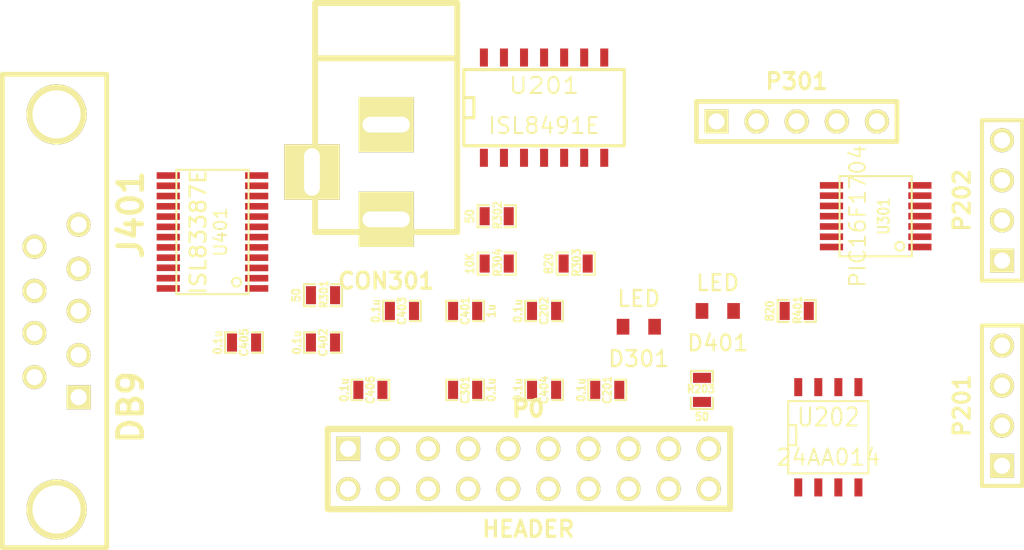
<source format=kicad_pcb>
(kicad_pcb (version 3) (host pcbnew "(2013-07-07 BZR 4022)-stable")

  (general
    (links 78)
    (no_connects 78)
    (area 0 0 0 0)
    (thickness 1.6)
    (drawings 0)
    (tracks 0)
    (zones 0)
    (modules 27)
    (nets 42)
  )

  (page A3)
  (layers
    (15 F.Cu signal)
    (0 B.Cu signal)
    (16 B.Adhes user)
    (17 F.Adhes user)
    (18 B.Paste user)
    (19 F.Paste user)
    (20 B.SilkS user)
    (21 F.SilkS user)
    (22 B.Mask user)
    (23 F.Mask user)
    (24 Dwgs.User user)
    (25 Cmts.User user)
    (26 Eco1.User user)
    (27 Eco2.User user)
    (28 Edge.Cuts user)
  )

  (setup
    (last_trace_width 0.254)
    (trace_clearance 0.254)
    (zone_clearance 0.508)
    (zone_45_only no)
    (trace_min 0.254)
    (segment_width 0.2)
    (edge_width 0.1)
    (via_size 0.889)
    (via_drill 0.635)
    (via_min_size 0.889)
    (via_min_drill 0.508)
    (uvia_size 0.508)
    (uvia_drill 0.127)
    (uvias_allowed no)
    (uvia_min_size 0.508)
    (uvia_min_drill 0.127)
    (pcb_text_width 0.3)
    (pcb_text_size 1.5 1.5)
    (mod_edge_width 0.15)
    (mod_text_size 1 1)
    (mod_text_width 0.15)
    (pad_size 1.5 1.5)
    (pad_drill 0.6)
    (pad_to_mask_clearance 0)
    (aux_axis_origin 0 0)
    (visible_elements FFFFFFBF)
    (pcbplotparams
      (layerselection 3178497)
      (usegerberextensions true)
      (excludeedgelayer true)
      (linewidth 0.150000)
      (plotframeref false)
      (viasonmask false)
      (mode 1)
      (useauxorigin false)
      (hpglpennumber 1)
      (hpglpenspeed 20)
      (hpglpendiameter 15)
      (hpglpenoverlay 2)
      (psnegative false)
      (psa4output false)
      (plotreference true)
      (plotvalue true)
      (plotothertext true)
      (plotinvisibletext false)
      (padsonsilk false)
      (subtractmaskfromsilk false)
      (outputformat 1)
      (mirror false)
      (drillshape 1)
      (scaleselection 1)
      (outputdirectory ""))
  )

  (net 0 "")
  (net 1 "/DMX512 standalone/A0")
  (net 2 "/DMX512 standalone/A1")
  (net 3 "/DMX512 standalone/A2")
  (net 4 "/DMX512 standalone/GND")
  (net 5 "/DMX512 standalone/GND_ISO")
  (net 6 "/DMX512 standalone/PIC-GPIO8/GPIO0")
  (net 7 "/DMX512 standalone/PIC-GPIO8/GPIO1")
  (net 8 "/DMX512 standalone/PIC-GPIO8/GPIO3")
  (net 9 "/DMX512 standalone/PIC-GPIO8/GPIO4")
  (net 10 "/DMX512 standalone/PIC-GPIO8/GPIO5")
  (net 11 "/DMX512 standalone/PIC-GPIO8/GPIO6")
  (net 12 "/DMX512 standalone/RS232 adapter block/A_CTS")
  (net 13 "/DMX512 standalone/RS232 adapter block/A_DSR")
  (net 14 "/DMX512 standalone/RS232 adapter block/A_DTR")
  (net 15 "/DMX512 standalone/RS232 adapter block/A_RTS")
  (net 16 "/DMX512 standalone/RS232 adapter block/A_RX")
  (net 17 "/DMX512 standalone/RS232 adapter block/A_TX")
  (net 18 "/DMX512 standalone/RX_ISO")
  (net 19 "/DMX512 standalone/SCL")
  (net 20 "/DMX512 standalone/SDA")
  (net 21 "/DMX512 standalone/TX_ISO")
  (net 22 "/DMX512 standalone/VCC_3V3")
  (net 23 "/DMX512 standalone/VCC_5V_ISO")
  (net 24 N-0000020)
  (net 25 N-0000021)
  (net 26 N-0000024)
  (net 27 N-0000025)
  (net 28 N-0000037)
  (net 29 N-0000039)
  (net 30 N-0000040)
  (net 31 N-0000041)
  (net 32 N-0000043)
  (net 33 N-0000046)
  (net 34 N-0000047)
  (net 35 N-0000048)
  (net 36 N-0000053)
  (net 37 N-0000056)
  (net 38 N-0000057)
  (net 39 N-0000058)
  (net 40 N-0000059)
  (net 41 N-0000060)

  (net_class Default "This is the default net class."
    (clearance 0.254)
    (trace_width 0.254)
    (via_dia 0.889)
    (via_drill 0.635)
    (uvia_dia 0.508)
    (uvia_drill 0.127)
    (add_net "")
    (add_net "/DMX512 standalone/A0")
    (add_net "/DMX512 standalone/A1")
    (add_net "/DMX512 standalone/A2")
    (add_net "/DMX512 standalone/GND")
    (add_net "/DMX512 standalone/GND_ISO")
    (add_net "/DMX512 standalone/PIC-GPIO8/GPIO0")
    (add_net "/DMX512 standalone/PIC-GPIO8/GPIO1")
    (add_net "/DMX512 standalone/PIC-GPIO8/GPIO3")
    (add_net "/DMX512 standalone/PIC-GPIO8/GPIO4")
    (add_net "/DMX512 standalone/PIC-GPIO8/GPIO5")
    (add_net "/DMX512 standalone/PIC-GPIO8/GPIO6")
    (add_net "/DMX512 standalone/RS232 adapter block/A_CTS")
    (add_net "/DMX512 standalone/RS232 adapter block/A_DSR")
    (add_net "/DMX512 standalone/RS232 adapter block/A_DTR")
    (add_net "/DMX512 standalone/RS232 adapter block/A_RTS")
    (add_net "/DMX512 standalone/RS232 adapter block/A_RX")
    (add_net "/DMX512 standalone/RS232 adapter block/A_TX")
    (add_net "/DMX512 standalone/RX_ISO")
    (add_net "/DMX512 standalone/SCL")
    (add_net "/DMX512 standalone/SDA")
    (add_net "/DMX512 standalone/TX_ISO")
    (add_net "/DMX512 standalone/VCC_3V3")
    (add_net "/DMX512 standalone/VCC_5V_ISO")
    (add_net N-0000020)
    (add_net N-0000021)
    (add_net N-0000024)
    (add_net N-0000025)
    (add_net N-0000037)
    (add_net N-0000039)
    (add_net N-0000040)
    (add_net N-0000041)
    (add_net N-0000043)
    (add_net N-0000046)
    (add_net N-0000047)
    (add_net N-0000048)
    (add_net N-0000053)
    (add_net N-0000056)
    (add_net N-0000057)
    (add_net N-0000058)
    (add_net N-0000059)
    (add_net N-0000060)
  )

  (module Vishay_SMD_MiniLED (layer F.Cu) (tedit 53B4DF2C) (tstamp 53B6FFF4)
    (at 222 201)
    (path /53AB69CE/53B51E93/53AC8203)
    (fp_text reference D301 (at 0 2.032) (layer F.SilkS)
      (effects (font (size 1 1) (thickness 0.15)))
    )
    (fp_text value LED (at 0 -1.778) (layer F.SilkS)
      (effects (font (size 1 1) (thickness 0.15)))
    )
    (pad 1 smd rect (at -1 0) (size 0.8 1)
      (layers F.Cu F.Paste F.Mask)
      (net 41 N-0000060)
    )
    (pad 2 smd rect (at 1 0) (size 0.8 1)
      (layers F.Cu F.Paste F.Mask)
      (net 40 N-0000059)
    )
  )

  (module Vishay_SMD_MiniLED (layer F.Cu) (tedit 53B4DF2C) (tstamp 53B6FFFA)
    (at 227 200)
    (path /53AB69CE/53B50287/53B1042C)
    (fp_text reference D401 (at 0 2.032) (layer F.SilkS)
      (effects (font (size 1 1) (thickness 0.15)))
    )
    (fp_text value LED (at 0 -1.778) (layer F.SilkS)
      (effects (font (size 1 1) (thickness 0.15)))
    )
    (pad 1 smd rect (at -1 0) (size 0.8 1)
      (layers F.Cu F.Paste F.Mask)
      (net 29 N-0000039)
    )
    (pad 2 smd rect (at 1 0) (size 0.8 1)
      (layers F.Cu F.Paste F.Mask)
      (net 5 "/DMX512 standalone/GND_ISO")
    )
  )

  (module tssop-24 (layer F.Cu) (tedit 50BDFAA3) (tstamp 53B7001B)
    (at 195 195 90)
    (descr TSSOP-24)
    (path /53AB69CE/53B50287/53B10425)
    (attr smd)
    (fp_text reference U401 (at 0 0.508 90) (layer F.SilkS)
      (effects (font (size 0.8001 0.8001) (thickness 0.11938)))
    )
    (fp_text value ISL83387E (at 0 -0.89916 90) (layer F.SilkS)
      (effects (font (size 1.00076 1.00076) (thickness 0.14986)))
    )
    (fp_line (start 3.937 -2.286) (end -3.937 -2.286) (layer F.SilkS) (width 0.127))
    (fp_line (start -3.937 -2.286) (end -3.937 2.286) (layer F.SilkS) (width 0.127))
    (fp_line (start -3.937 2.286) (end 3.937 2.286) (layer F.SilkS) (width 0.127))
    (fp_line (start 3.937 2.286) (end 3.937 -2.286) (layer F.SilkS) (width 0.127))
    (fp_circle (center -3.175 1.524) (end -3.302 1.778) (layer F.SilkS) (width 0.127))
    (pad 6 smd rect (at -0.32512 2.79908 90) (size 0.4191 1.47066)
      (layers F.Cu F.Paste F.Mask)
      (net 32 N-0000043)
    )
    (pad 7 smd rect (at 0.32512 2.79908 90) (size 0.4191 1.47066)
      (layers F.Cu F.Paste F.Mask)
      (net 18 "/DMX512 standalone/RX_ISO")
    )
    (pad 8 smd rect (at 0.97536 2.79908 90) (size 0.4191 1.47066)
      (layers F.Cu F.Paste F.Mask)
    )
    (pad 9 smd rect (at 1.6256 2.79908 90) (size 0.4191 1.47066)
      (layers F.Cu F.Paste F.Mask)
      (net 30 N-0000040)
    )
    (pad 22 smd rect (at -2.26568 -2.794 90) (size 0.4191 1.47066)
      (layers F.Cu F.Paste F.Mask)
      (net 5 "/DMX512 standalone/GND_ISO")
    )
    (pad 3 smd rect (at -2.27584 2.79908 90) (size 0.4191 1.47066)
      (layers F.Cu F.Paste F.Mask)
      (net 34 N-0000047)
    )
    (pad 4 smd rect (at -1.6256 2.79908 90) (size 0.4191 1.47066)
      (layers F.Cu F.Paste F.Mask)
      (net 35 N-0000048)
    )
    (pad 5 smd rect (at -0.97536 2.79908 90) (size 0.4191 1.47066)
      (layers F.Cu F.Paste F.Mask)
      (net 31 N-0000041)
    )
    (pad 15 smd rect (at 2.27584 -2.79908 90) (size 0.4191 1.47066)
      (layers F.Cu F.Paste F.Mask)
      (net 23 "/DMX512 standalone/VCC_5V_ISO")
    )
    (pad 16 smd rect (at 1.6256 -2.79908 90) (size 0.4191 1.47066)
      (layers F.Cu F.Paste F.Mask)
      (net 14 "/DMX512 standalone/RS232 adapter block/A_DTR")
    )
    (pad 17 smd rect (at 0.97536 -2.79908 90) (size 0.4191 1.47066)
      (layers F.Cu F.Paste F.Mask)
      (net 15 "/DMX512 standalone/RS232 adapter block/A_RTS")
    )
    (pad 18 smd rect (at 0.32512 -2.79908 90) (size 0.4191 1.47066)
      (layers F.Cu F.Paste F.Mask)
      (net 17 "/DMX512 standalone/RS232 adapter block/A_TX")
    )
    (pad 19 smd rect (at -0.32512 -2.79908 90) (size 0.4191 1.47066)
      (layers F.Cu F.Paste F.Mask)
      (net 13 "/DMX512 standalone/RS232 adapter block/A_DSR")
    )
    (pad 20 smd rect (at -0.97536 -2.79908 90) (size 0.4191 1.47066)
      (layers F.Cu F.Paste F.Mask)
      (net 12 "/DMX512 standalone/RS232 adapter block/A_CTS")
    )
    (pad 10 smd rect (at 2.27584 2.79908 90) (size 0.4191 1.47066)
      (layers F.Cu F.Paste F.Mask)
    )
    (pad 21 smd rect (at -1.6256 -2.794 90) (size 0.4191 1.47066)
      (layers F.Cu F.Paste F.Mask)
      (net 16 "/DMX512 standalone/RS232 adapter block/A_RX")
    )
    (pad 2 smd rect (at -2.92608 2.79908 90) (size 0.4191 1.47066)
      (layers F.Cu F.Paste F.Mask)
      (net 36 N-0000053)
    )
    (pad 11 smd rect (at 2.92608 2.79908 90) (size 0.4191 1.47066)
      (layers F.Cu F.Paste F.Mask)
      (net 5 "/DMX512 standalone/GND_ISO")
    )
    (pad 14 smd rect (at 2.92608 -2.79908 90) (size 0.4191 1.47066)
      (layers F.Cu F.Paste F.Mask)
      (net 21 "/DMX512 standalone/TX_ISO")
    )
    (pad 23 smd rect (at -2.92608 -2.79908 90) (size 0.4191 1.47066)
      (layers F.Cu F.Paste F.Mask)
      (net 23 "/DMX512 standalone/VCC_5V_ISO")
    )
    (pad 1 smd rect (at -3.57378 2.79908 90) (size 0.4191 1.47066)
      (layers F.Cu F.Paste F.Mask)
      (net 33 N-0000046)
    )
    (pad 12 smd rect (at 3.57378 2.79908 90) (size 0.4191 1.47066)
      (layers F.Cu F.Paste F.Mask)
    )
    (pad 13 smd rect (at 3.57378 -2.79908 90) (size 0.4191 1.47066)
      (layers F.Cu F.Paste F.Mask)
    )
    (pad 24 smd rect (at -3.57378 -2.79908 90) (size 0.4191 1.47066)
      (layers F.Cu F.Paste F.Mask)
      (net 23 "/DMX512 standalone/VCC_5V_ISO")
    )
    (model smd/smd_dil/tssop-24.wrl
      (at (xyz 0 0 0))
      (scale (xyz 1 1 1))
      (rotate (xyz 0 0 0))
    )
  )

  (module tssop-14 (layer F.Cu) (tedit 50BDFA14) (tstamp 53B70032)
    (at 237 194 90)
    (descr TSSOP-14)
    (path /53AB69CE/53B51E93/53B2DDFC)
    (attr smd)
    (fp_text reference U301 (at 0 0.508 90) (layer F.SilkS)
      (effects (font (size 0.70104 0.59944) (thickness 0.11938)))
    )
    (fp_text value PIC16F1704 (at 0 -1.143 90) (layer F.SilkS)
      (effects (font (size 1.00076 1.00076) (thickness 0.11938)))
    )
    (fp_circle (center -1.905 1.524) (end -2.032 1.778) (layer F.SilkS) (width 0.127))
    (fp_line (start 2.54 -2.286) (end -2.54 -2.286) (layer F.SilkS) (width 0.127))
    (fp_line (start -2.54 -2.286) (end -2.54 2.286) (layer F.SilkS) (width 0.127))
    (fp_line (start -2.54 2.286) (end 2.54 2.286) (layer F.SilkS) (width 0.127))
    (fp_line (start 2.54 2.286) (end 2.54 -2.286) (layer F.SilkS) (width 0.127))
    (pad 4 smd rect (at 0 2.79908 90) (size 0.4191 1.47066)
      (layers F.Cu F.Paste F.Mask)
      (net 37 N-0000056)
    )
    (pad 5 smd rect (at 0.65024 2.79908 90) (size 0.4191 1.47066)
      (layers F.Cu F.Paste F.Mask)
      (net 41 N-0000060)
    )
    (pad 6 smd rect (at 1.30048 2.79908 90) (size 0.4191 1.47066)
      (layers F.Cu F.Paste F.Mask)
    )
    (pad 7 smd rect (at 1.95072 2.79908 90) (size 0.4191 1.47066)
      (layers F.Cu F.Paste F.Mask)
      (net 11 "/DMX512 standalone/PIC-GPIO8/GPIO6")
    )
    (pad 8 smd rect (at 1.95072 -2.79908 90) (size 0.4191 1.47066)
      (layers F.Cu F.Paste F.Mask)
      (net 10 "/DMX512 standalone/PIC-GPIO8/GPIO5")
    )
    (pad 1 smd rect (at -1.95072 2.79908 90) (size 0.4191 1.47066)
      (layers F.Cu F.Paste F.Mask)
      (net 23 "/DMX512 standalone/VCC_5V_ISO")
    )
    (pad 2 smd rect (at -1.30048 2.79908 90) (size 0.4191 1.47066)
      (layers F.Cu F.Paste F.Mask)
      (net 9 "/DMX512 standalone/PIC-GPIO8/GPIO4")
    )
    (pad 3 smd rect (at -0.65024 2.79908 90) (size 0.4191 1.47066)
      (layers F.Cu F.Paste F.Mask)
      (net 8 "/DMX512 standalone/PIC-GPIO8/GPIO3")
    )
    (pad 9 smd rect (at 1.30048 -2.79908 90) (size 0.4191 1.47066)
      (layers F.Cu F.Paste F.Mask)
      (net 38 N-0000057)
    )
    (pad 10 smd rect (at 0.65024 -2.79908 90) (size 0.4191 1.47066)
      (layers F.Cu F.Paste F.Mask)
      (net 39 N-0000058)
    )
    (pad 11 smd rect (at 0 -2.79908 90) (size 0.4191 1.47066)
      (layers F.Cu F.Paste F.Mask)
    )
    (pad 12 smd rect (at -0.65024 -2.79908 90) (size 0.4191 1.47066)
      (layers F.Cu F.Paste F.Mask)
      (net 7 "/DMX512 standalone/PIC-GPIO8/GPIO1")
    )
    (pad 13 smd rect (at -1.30048 -2.79908 90) (size 0.4191 1.47066)
      (layers F.Cu F.Paste F.Mask)
      (net 6 "/DMX512 standalone/PIC-GPIO8/GPIO0")
    )
    (pad 14 smd rect (at -1.95072 -2.79908 90) (size 0.4191 1.47066)
      (layers F.Cu F.Paste F.Mask)
      (net 5 "/DMX512 standalone/GND_ISO")
    )
    (model smd/smd_dil/tssop-14.wrl
      (at (xyz 0 0 0))
      (scale (xyz 1 1 1))
      (rotate (xyz 0 0 0))
    )
  )

  (module SO8N (layer F.Cu) (tedit 45127296) (tstamp 53B70045)
    (at 234 208)
    (descr "Module CMS SOJ 8 pins large")
    (tags "CMS SOJ")
    (path /53AB69CE/53ABBAB7)
    (attr smd)
    (fp_text reference U202 (at 0 -1.27) (layer F.SilkS)
      (effects (font (size 1.143 1.016) (thickness 0.127)))
    )
    (fp_text value 24AA014 (at 0 1.27) (layer F.SilkS)
      (effects (font (size 1.016 1.016) (thickness 0.127)))
    )
    (fp_line (start -2.54 -2.286) (end 2.54 -2.286) (layer F.SilkS) (width 0.127))
    (fp_line (start 2.54 -2.286) (end 2.54 2.286) (layer F.SilkS) (width 0.127))
    (fp_line (start 2.54 2.286) (end -2.54 2.286) (layer F.SilkS) (width 0.127))
    (fp_line (start -2.54 2.286) (end -2.54 -2.286) (layer F.SilkS) (width 0.127))
    (fp_line (start -2.54 -0.762) (end -2.032 -0.762) (layer F.SilkS) (width 0.127))
    (fp_line (start -2.032 -0.762) (end -2.032 0.508) (layer F.SilkS) (width 0.127))
    (fp_line (start -2.032 0.508) (end -2.54 0.508) (layer F.SilkS) (width 0.127))
    (pad 8 smd rect (at -1.905 -3.175) (size 0.508 1.143)
      (layers F.Cu F.Paste F.Mask)
      (net 28 N-0000037)
    )
    (pad 7 smd rect (at -0.635 -3.175) (size 0.508 1.143)
      (layers F.Cu F.Paste F.Mask)
      (net 4 "/DMX512 standalone/GND")
    )
    (pad 6 smd rect (at 0.635 -3.175) (size 0.508 1.143)
      (layers F.Cu F.Paste F.Mask)
      (net 19 "/DMX512 standalone/SCL")
    )
    (pad 5 smd rect (at 1.905 -3.175) (size 0.508 1.143)
      (layers F.Cu F.Paste F.Mask)
      (net 20 "/DMX512 standalone/SDA")
    )
    (pad 4 smd rect (at 1.905 3.175) (size 0.508 1.143)
      (layers F.Cu F.Paste F.Mask)
      (net 4 "/DMX512 standalone/GND")
    )
    (pad 3 smd rect (at 0.635 3.175) (size 0.508 1.143)
      (layers F.Cu F.Paste F.Mask)
      (net 3 "/DMX512 standalone/A2")
    )
    (pad 2 smd rect (at -0.635 3.175) (size 0.508 1.143)
      (layers F.Cu F.Paste F.Mask)
      (net 2 "/DMX512 standalone/A1")
    )
    (pad 1 smd rect (at -1.905 3.175) (size 0.508 1.143)
      (layers F.Cu F.Paste F.Mask)
      (net 1 "/DMX512 standalone/A0")
    )
    (model smd/cms_so8.wrl
      (at (xyz 0 0 0))
      (scale (xyz 0.5 0.38 0.5))
      (rotate (xyz 0 0 0))
    )
  )

  (module SO14N (layer F.Cu) (tedit 42806FE5) (tstamp 53B7005E)
    (at 216 187)
    (descr "Module CMS SOJ 14 pins Large")
    (tags "CMS SOJ")
    (path /53AB69CE/53B55A80)
    (attr smd)
    (fp_text reference U201 (at 0 -1.27) (layer F.SilkS)
      (effects (font (size 1.016 1.143) (thickness 0.127)))
    )
    (fp_text value ISL8491E (at 0 1.27) (layer F.SilkS)
      (effects (font (size 1.016 1.016) (thickness 0.127)))
    )
    (fp_line (start 5.08 -2.286) (end 5.08 2.54) (layer F.SilkS) (width 0.2032))
    (fp_line (start 5.08 2.54) (end -5.08 2.54) (layer F.SilkS) (width 0.2032))
    (fp_line (start -5.08 2.54) (end -5.08 -2.286) (layer F.SilkS) (width 0.2032))
    (fp_line (start -5.08 -2.286) (end 5.08 -2.286) (layer F.SilkS) (width 0.2032))
    (fp_line (start -5.08 -0.508) (end -4.445 -0.508) (layer F.SilkS) (width 0.2032))
    (fp_line (start -4.445 -0.508) (end -4.445 0.762) (layer F.SilkS) (width 0.2032))
    (fp_line (start -4.445 0.762) (end -5.08 0.762) (layer F.SilkS) (width 0.2032))
    (pad 1 smd rect (at -3.81 3.302) (size 0.508 1.143)
      (layers F.Cu F.Paste F.Mask)
    )
    (pad 2 smd rect (at -2.54 3.302) (size 0.508 1.143)
      (layers F.Cu F.Paste F.Mask)
      (net 8 "/DMX512 standalone/PIC-GPIO8/GPIO3")
    )
    (pad 3 smd rect (at -1.27 3.302) (size 0.508 1.143)
      (layers F.Cu F.Paste F.Mask)
      (net 9 "/DMX512 standalone/PIC-GPIO8/GPIO4")
    )
    (pad 4 smd rect (at 0 3.302) (size 0.508 1.143)
      (layers F.Cu F.Paste F.Mask)
      (net 10 "/DMX512 standalone/PIC-GPIO8/GPIO5")
    )
    (pad 5 smd rect (at 1.27 3.302) (size 0.508 1.143)
      (layers F.Cu F.Paste F.Mask)
      (net 11 "/DMX512 standalone/PIC-GPIO8/GPIO6")
    )
    (pad 6 smd rect (at 2.54 3.302) (size 0.508 1.143)
      (layers F.Cu F.Paste F.Mask)
      (net 5 "/DMX512 standalone/GND_ISO")
    )
    (pad 7 smd rect (at 3.81 3.302) (size 0.508 1.143)
      (layers F.Cu F.Paste F.Mask)
      (net 5 "/DMX512 standalone/GND_ISO")
    )
    (pad 8 smd rect (at 3.81 -3.048) (size 0.508 1.143)
      (layers F.Cu F.Paste F.Mask)
    )
    (pad 9 smd rect (at 2.54 -3.048) (size 0.508 1.143)
      (layers F.Cu F.Paste F.Mask)
      (net 26 N-0000024)
    )
    (pad 11 smd rect (at 0 -3.048) (size 0.508 1.143)
      (layers F.Cu F.Paste F.Mask)
      (net 24 N-0000020)
    )
    (pad 12 smd rect (at -1.27 -3.048) (size 0.508 1.143)
      (layers F.Cu F.Paste F.Mask)
      (net 25 N-0000021)
    )
    (pad 13 smd rect (at -2.54 -3.048) (size 0.508 1.143)
      (layers F.Cu F.Paste F.Mask)
    )
    (pad 14 smd rect (at -3.81 -3.048) (size 0.508 1.143)
      (layers F.Cu F.Paste F.Mask)
      (net 23 "/DMX512 standalone/VCC_5V_ISO")
    )
    (pad 10 smd rect (at 1.27 -3.048) (size 0.508 1.143)
      (layers F.Cu F.Paste F.Mask)
      (net 27 N-0000025)
    )
    (model smd/cms_so14.wrl
      (at (xyz 0 0 0))
      (scale (xyz 0.5 0.4 0.5))
      (rotate (xyz 0 0 0))
    )
  )

  (module SM0603_Resistor (layer F.Cu) (tedit 5051B21B) (tstamp 53B7006A)
    (at 218 197)
    (path /53AB69CE/53B51E93/53AC8226)
    (attr smd)
    (fp_text reference R303 (at 0.0635 -0.0635 90) (layer F.SilkS)
      (effects (font (size 0.50038 0.4572) (thickness 0.1143)))
    )
    (fp_text value 820 (at -1.69926 0 90) (layer F.SilkS)
      (effects (font (size 0.508 0.4572) (thickness 0.1143)))
    )
    (fp_line (start -0.50038 -0.6985) (end -1.2065 -0.6985) (layer F.SilkS) (width 0.127))
    (fp_line (start -1.2065 -0.6985) (end -1.2065 0.6985) (layer F.SilkS) (width 0.127))
    (fp_line (start -1.2065 0.6985) (end -0.50038 0.6985) (layer F.SilkS) (width 0.127))
    (fp_line (start 1.2065 -0.6985) (end 0.50038 -0.6985) (layer F.SilkS) (width 0.127))
    (fp_line (start 1.2065 -0.6985) (end 1.2065 0.6985) (layer F.SilkS) (width 0.127))
    (fp_line (start 1.2065 0.6985) (end 0.50038 0.6985) (layer F.SilkS) (width 0.127))
    (pad 1 smd rect (at -0.762 0) (size 0.635 1.143)
      (layers F.Cu F.Paste F.Mask)
      (net 40 N-0000059)
    )
    (pad 2 smd rect (at 0.762 0) (size 0.635 1.143)
      (layers F.Cu F.Paste F.Mask)
      (net 5 "/DMX512 standalone/GND_ISO")
    )
    (model smd\resistors\R0603.wrl
      (at (xyz 0 0 0.001))
      (scale (xyz 0.5 0.5 0.5))
      (rotate (xyz 0 0 0))
    )
  )

  (module SM0603_Resistor (layer F.Cu) (tedit 5051B21B) (tstamp 53B70076)
    (at 213 197)
    (path /53AB69CE/53B51E93/53B30D58)
    (attr smd)
    (fp_text reference R304 (at 0.0635 -0.0635 90) (layer F.SilkS)
      (effects (font (size 0.50038 0.4572) (thickness 0.1143)))
    )
    (fp_text value 10K (at -1.69926 0 90) (layer F.SilkS)
      (effects (font (size 0.508 0.4572) (thickness 0.1143)))
    )
    (fp_line (start -0.50038 -0.6985) (end -1.2065 -0.6985) (layer F.SilkS) (width 0.127))
    (fp_line (start -1.2065 -0.6985) (end -1.2065 0.6985) (layer F.SilkS) (width 0.127))
    (fp_line (start -1.2065 0.6985) (end -0.50038 0.6985) (layer F.SilkS) (width 0.127))
    (fp_line (start 1.2065 -0.6985) (end 0.50038 -0.6985) (layer F.SilkS) (width 0.127))
    (fp_line (start 1.2065 -0.6985) (end 1.2065 0.6985) (layer F.SilkS) (width 0.127))
    (fp_line (start 1.2065 0.6985) (end 0.50038 0.6985) (layer F.SilkS) (width 0.127))
    (pad 1 smd rect (at -0.762 0) (size 0.635 1.143)
      (layers F.Cu F.Paste F.Mask)
      (net 23 "/DMX512 standalone/VCC_5V_ISO")
    )
    (pad 2 smd rect (at 0.762 0) (size 0.635 1.143)
      (layers F.Cu F.Paste F.Mask)
      (net 37 N-0000056)
    )
    (model smd\resistors\R0603.wrl
      (at (xyz 0 0 0.001))
      (scale (xyz 0.5 0.5 0.5))
      (rotate (xyz 0 0 0))
    )
  )

  (module SM0603_Resistor (layer F.Cu) (tedit 5051B21B) (tstamp 53B70082)
    (at 226 205 90)
    (path /53AB69CE/53ABAC25)
    (attr smd)
    (fp_text reference R203 (at 0.0635 -0.0635 180) (layer F.SilkS)
      (effects (font (size 0.50038 0.4572) (thickness 0.1143)))
    )
    (fp_text value 50 (at -1.69926 0 180) (layer F.SilkS)
      (effects (font (size 0.508 0.4572) (thickness 0.1143)))
    )
    (fp_line (start -0.50038 -0.6985) (end -1.2065 -0.6985) (layer F.SilkS) (width 0.127))
    (fp_line (start -1.2065 -0.6985) (end -1.2065 0.6985) (layer F.SilkS) (width 0.127))
    (fp_line (start -1.2065 0.6985) (end -0.50038 0.6985) (layer F.SilkS) (width 0.127))
    (fp_line (start 1.2065 -0.6985) (end 0.50038 -0.6985) (layer F.SilkS) (width 0.127))
    (fp_line (start 1.2065 -0.6985) (end 1.2065 0.6985) (layer F.SilkS) (width 0.127))
    (fp_line (start 1.2065 0.6985) (end 0.50038 0.6985) (layer F.SilkS) (width 0.127))
    (pad 1 smd rect (at -0.762 0 90) (size 0.635 1.143)
      (layers F.Cu F.Paste F.Mask)
      (net 22 "/DMX512 standalone/VCC_3V3")
    )
    (pad 2 smd rect (at 0.762 0 90) (size 0.635 1.143)
      (layers F.Cu F.Paste F.Mask)
      (net 28 N-0000037)
    )
    (model smd\resistors\R0603.wrl
      (at (xyz 0 0 0.001))
      (scale (xyz 0.5 0.5 0.5))
      (rotate (xyz 0 0 0))
    )
  )

  (module SM0603_Resistor (layer F.Cu) (tedit 5051B21B) (tstamp 53B7008E)
    (at 213 194)
    (path /53AB69CE/53B51E93/53B308C2)
    (attr smd)
    (fp_text reference R302 (at 0.0635 -0.0635 90) (layer F.SilkS)
      (effects (font (size 0.50038 0.4572) (thickness 0.1143)))
    )
    (fp_text value 50 (at -1.69926 0 90) (layer F.SilkS)
      (effects (font (size 0.508 0.4572) (thickness 0.1143)))
    )
    (fp_line (start -0.50038 -0.6985) (end -1.2065 -0.6985) (layer F.SilkS) (width 0.127))
    (fp_line (start -1.2065 -0.6985) (end -1.2065 0.6985) (layer F.SilkS) (width 0.127))
    (fp_line (start -1.2065 0.6985) (end -0.50038 0.6985) (layer F.SilkS) (width 0.127))
    (fp_line (start 1.2065 -0.6985) (end 0.50038 -0.6985) (layer F.SilkS) (width 0.127))
    (fp_line (start 1.2065 -0.6985) (end 1.2065 0.6985) (layer F.SilkS) (width 0.127))
    (fp_line (start 1.2065 0.6985) (end 0.50038 0.6985) (layer F.SilkS) (width 0.127))
    (pad 1 smd rect (at -0.762 0) (size 0.635 1.143)
      (layers F.Cu F.Paste F.Mask)
      (net 38 N-0000057)
    )
    (pad 2 smd rect (at 0.762 0) (size 0.635 1.143)
      (layers F.Cu F.Paste F.Mask)
      (net 18 "/DMX512 standalone/RX_ISO")
    )
    (model smd\resistors\R0603.wrl
      (at (xyz 0 0 0.001))
      (scale (xyz 0.5 0.5 0.5))
      (rotate (xyz 0 0 0))
    )
  )

  (module SM0603_Resistor (layer F.Cu) (tedit 5051B21B) (tstamp 53B7009A)
    (at 202 199)
    (path /53AB69CE/53B51E93/53B30893)
    (attr smd)
    (fp_text reference R301 (at 0.0635 -0.0635 90) (layer F.SilkS)
      (effects (font (size 0.50038 0.4572) (thickness 0.1143)))
    )
    (fp_text value 50 (at -1.69926 0 90) (layer F.SilkS)
      (effects (font (size 0.508 0.4572) (thickness 0.1143)))
    )
    (fp_line (start -0.50038 -0.6985) (end -1.2065 -0.6985) (layer F.SilkS) (width 0.127))
    (fp_line (start -1.2065 -0.6985) (end -1.2065 0.6985) (layer F.SilkS) (width 0.127))
    (fp_line (start -1.2065 0.6985) (end -0.50038 0.6985) (layer F.SilkS) (width 0.127))
    (fp_line (start 1.2065 -0.6985) (end 0.50038 -0.6985) (layer F.SilkS) (width 0.127))
    (fp_line (start 1.2065 -0.6985) (end 1.2065 0.6985) (layer F.SilkS) (width 0.127))
    (fp_line (start 1.2065 0.6985) (end 0.50038 0.6985) (layer F.SilkS) (width 0.127))
    (pad 1 smd rect (at -0.762 0) (size 0.635 1.143)
      (layers F.Cu F.Paste F.Mask)
      (net 39 N-0000058)
    )
    (pad 2 smd rect (at 0.762 0) (size 0.635 1.143)
      (layers F.Cu F.Paste F.Mask)
      (net 21 "/DMX512 standalone/TX_ISO")
    )
    (model smd\resistors\R0603.wrl
      (at (xyz 0 0 0.001))
      (scale (xyz 0.5 0.5 0.5))
      (rotate (xyz 0 0 0))
    )
  )

  (module SM0603_Resistor (layer F.Cu) (tedit 5051B21B) (tstamp 53B700A6)
    (at 232 200)
    (path /53AB69CE/53B50287/53B1042D)
    (attr smd)
    (fp_text reference R401 (at 0.0635 -0.0635 90) (layer F.SilkS)
      (effects (font (size 0.50038 0.4572) (thickness 0.1143)))
    )
    (fp_text value 820 (at -1.69926 0 90) (layer F.SilkS)
      (effects (font (size 0.508 0.4572) (thickness 0.1143)))
    )
    (fp_line (start -0.50038 -0.6985) (end -1.2065 -0.6985) (layer F.SilkS) (width 0.127))
    (fp_line (start -1.2065 -0.6985) (end -1.2065 0.6985) (layer F.SilkS) (width 0.127))
    (fp_line (start -1.2065 0.6985) (end -0.50038 0.6985) (layer F.SilkS) (width 0.127))
    (fp_line (start 1.2065 -0.6985) (end 0.50038 -0.6985) (layer F.SilkS) (width 0.127))
    (fp_line (start 1.2065 -0.6985) (end 1.2065 0.6985) (layer F.SilkS) (width 0.127))
    (fp_line (start 1.2065 0.6985) (end 0.50038 0.6985) (layer F.SilkS) (width 0.127))
    (pad 1 smd rect (at -0.762 0) (size 0.635 1.143)
      (layers F.Cu F.Paste F.Mask)
      (net 29 N-0000039)
    )
    (pad 2 smd rect (at 0.762 0) (size 0.635 1.143)
      (layers F.Cu F.Paste F.Mask)
      (net 30 N-0000040)
    )
    (model smd\resistors\R0603.wrl
      (at (xyz 0 0 0.001))
      (scale (xyz 0.5 0.5 0.5))
      (rotate (xyz 0 0 0))
    )
  )

  (module SM0603_Capa (layer F.Cu) (tedit 5051B1EC) (tstamp 53B700B2)
    (at 216 205)
    (path /53AB69CE/53B50287/53B10429)
    (attr smd)
    (fp_text reference C404 (at 0 0 90) (layer F.SilkS)
      (effects (font (size 0.508 0.4572) (thickness 0.1143)))
    )
    (fp_text value 0.1u (at -1.651 0 90) (layer F.SilkS)
      (effects (font (size 0.508 0.4572) (thickness 0.1143)))
    )
    (fp_line (start 0.50038 0.65024) (end 1.19888 0.65024) (layer F.SilkS) (width 0.11938))
    (fp_line (start -0.50038 0.65024) (end -1.19888 0.65024) (layer F.SilkS) (width 0.11938))
    (fp_line (start 0.50038 -0.65024) (end 1.19888 -0.65024) (layer F.SilkS) (width 0.11938))
    (fp_line (start -1.19888 -0.65024) (end -0.50038 -0.65024) (layer F.SilkS) (width 0.11938))
    (fp_line (start 1.19888 -0.635) (end 1.19888 0.635) (layer F.SilkS) (width 0.11938))
    (fp_line (start -1.19888 0.635) (end -1.19888 -0.635) (layer F.SilkS) (width 0.11938))
    (pad 1 smd rect (at -0.762 0) (size 0.635 1.143)
      (layers F.Cu F.Paste F.Mask)
      (net 32 N-0000043)
    )
    (pad 2 smd rect (at 0.762 0) (size 0.635 1.143)
      (layers F.Cu F.Paste F.Mask)
      (net 5 "/DMX512 standalone/GND_ISO")
    )
    (model smd\capacitors\C0603.wrl
      (at (xyz 0 0 0.001))
      (scale (xyz 0.5 0.5 0.5))
      (rotate (xyz 0 0 0))
    )
  )

  (module SM0603_Capa (layer F.Cu) (tedit 5051B1EC) (tstamp 53B700BE)
    (at 211 205 180)
    (path /53AB69CE/53B51E93/53B307C0)
    (attr smd)
    (fp_text reference C301 (at 0 0 270) (layer F.SilkS)
      (effects (font (size 0.508 0.4572) (thickness 0.1143)))
    )
    (fp_text value 0.1u (at -1.651 0 270) (layer F.SilkS)
      (effects (font (size 0.508 0.4572) (thickness 0.1143)))
    )
    (fp_line (start 0.50038 0.65024) (end 1.19888 0.65024) (layer F.SilkS) (width 0.11938))
    (fp_line (start -0.50038 0.65024) (end -1.19888 0.65024) (layer F.SilkS) (width 0.11938))
    (fp_line (start 0.50038 -0.65024) (end 1.19888 -0.65024) (layer F.SilkS) (width 0.11938))
    (fp_line (start -1.19888 -0.65024) (end -0.50038 -0.65024) (layer F.SilkS) (width 0.11938))
    (fp_line (start 1.19888 -0.635) (end 1.19888 0.635) (layer F.SilkS) (width 0.11938))
    (fp_line (start -1.19888 0.635) (end -1.19888 -0.635) (layer F.SilkS) (width 0.11938))
    (pad 1 smd rect (at -0.762 0 180) (size 0.635 1.143)
      (layers F.Cu F.Paste F.Mask)
      (net 23 "/DMX512 standalone/VCC_5V_ISO")
    )
    (pad 2 smd rect (at 0.762 0 180) (size 0.635 1.143)
      (layers F.Cu F.Paste F.Mask)
      (net 5 "/DMX512 standalone/GND_ISO")
    )
    (model smd\capacitors\C0603.wrl
      (at (xyz 0 0 0.001))
      (scale (xyz 0.5 0.5 0.5))
      (rotate (xyz 0 0 0))
    )
  )

  (module SM0603_Capa (layer F.Cu) (tedit 5051B1EC) (tstamp 53B700CA)
    (at 205 205)
    (path /53AB69CE/53B50287/53B1042B)
    (attr smd)
    (fp_text reference C406 (at 0 0 90) (layer F.SilkS)
      (effects (font (size 0.508 0.4572) (thickness 0.1143)))
    )
    (fp_text value 0.1u (at -1.651 0 90) (layer F.SilkS)
      (effects (font (size 0.508 0.4572) (thickness 0.1143)))
    )
    (fp_line (start 0.50038 0.65024) (end 1.19888 0.65024) (layer F.SilkS) (width 0.11938))
    (fp_line (start -0.50038 0.65024) (end -1.19888 0.65024) (layer F.SilkS) (width 0.11938))
    (fp_line (start 0.50038 -0.65024) (end 1.19888 -0.65024) (layer F.SilkS) (width 0.11938))
    (fp_line (start -1.19888 -0.65024) (end -0.50038 -0.65024) (layer F.SilkS) (width 0.11938))
    (fp_line (start 1.19888 -0.635) (end 1.19888 0.635) (layer F.SilkS) (width 0.11938))
    (fp_line (start -1.19888 0.635) (end -1.19888 -0.635) (layer F.SilkS) (width 0.11938))
    (pad 1 smd rect (at -0.762 0) (size 0.635 1.143)
      (layers F.Cu F.Paste F.Mask)
      (net 35 N-0000048)
    )
    (pad 2 smd rect (at 0.762 0) (size 0.635 1.143)
      (layers F.Cu F.Paste F.Mask)
      (net 31 N-0000041)
    )
    (model smd\capacitors\C0603.wrl
      (at (xyz 0 0 0.001))
      (scale (xyz 0.5 0.5 0.5))
      (rotate (xyz 0 0 0))
    )
  )

  (module SM0603_Capa (layer F.Cu) (tedit 5051B1EC) (tstamp 53B700D6)
    (at 197 202)
    (path /53AB69CE/53B50287/53B1042A)
    (attr smd)
    (fp_text reference C405 (at 0 0 90) (layer F.SilkS)
      (effects (font (size 0.508 0.4572) (thickness 0.1143)))
    )
    (fp_text value 0.1u (at -1.651 0 90) (layer F.SilkS)
      (effects (font (size 0.508 0.4572) (thickness 0.1143)))
    )
    (fp_line (start 0.50038 0.65024) (end 1.19888 0.65024) (layer F.SilkS) (width 0.11938))
    (fp_line (start -0.50038 0.65024) (end -1.19888 0.65024) (layer F.SilkS) (width 0.11938))
    (fp_line (start 0.50038 -0.65024) (end 1.19888 -0.65024) (layer F.SilkS) (width 0.11938))
    (fp_line (start -1.19888 -0.65024) (end -0.50038 -0.65024) (layer F.SilkS) (width 0.11938))
    (fp_line (start 1.19888 -0.635) (end 1.19888 0.635) (layer F.SilkS) (width 0.11938))
    (fp_line (start -1.19888 0.635) (end -1.19888 -0.635) (layer F.SilkS) (width 0.11938))
    (pad 1 smd rect (at -0.762 0) (size 0.635 1.143)
      (layers F.Cu F.Paste F.Mask)
      (net 33 N-0000046)
    )
    (pad 2 smd rect (at 0.762 0) (size 0.635 1.143)
      (layers F.Cu F.Paste F.Mask)
      (net 34 N-0000047)
    )
    (model smd\capacitors\C0603.wrl
      (at (xyz 0 0 0.001))
      (scale (xyz 0.5 0.5 0.5))
      (rotate (xyz 0 0 0))
    )
  )

  (module SM0603_Capa (layer F.Cu) (tedit 5051B1EC) (tstamp 53B700E2)
    (at 207 200)
    (path /53AB69CE/53B50287/53B10428)
    (attr smd)
    (fp_text reference C403 (at 0 0 90) (layer F.SilkS)
      (effects (font (size 0.508 0.4572) (thickness 0.1143)))
    )
    (fp_text value 0.1u (at -1.651 0 90) (layer F.SilkS)
      (effects (font (size 0.508 0.4572) (thickness 0.1143)))
    )
    (fp_line (start 0.50038 0.65024) (end 1.19888 0.65024) (layer F.SilkS) (width 0.11938))
    (fp_line (start -0.50038 0.65024) (end -1.19888 0.65024) (layer F.SilkS) (width 0.11938))
    (fp_line (start 0.50038 -0.65024) (end 1.19888 -0.65024) (layer F.SilkS) (width 0.11938))
    (fp_line (start -1.19888 -0.65024) (end -0.50038 -0.65024) (layer F.SilkS) (width 0.11938))
    (fp_line (start 1.19888 -0.635) (end 1.19888 0.635) (layer F.SilkS) (width 0.11938))
    (fp_line (start -1.19888 0.635) (end -1.19888 -0.635) (layer F.SilkS) (width 0.11938))
    (pad 1 smd rect (at -0.762 0) (size 0.635 1.143)
      (layers F.Cu F.Paste F.Mask)
      (net 36 N-0000053)
    )
    (pad 2 smd rect (at 0.762 0) (size 0.635 1.143)
      (layers F.Cu F.Paste F.Mask)
      (net 5 "/DMX512 standalone/GND_ISO")
    )
    (model smd\capacitors\C0603.wrl
      (at (xyz 0 0 0.001))
      (scale (xyz 0.5 0.5 0.5))
      (rotate (xyz 0 0 0))
    )
  )

  (module SM0603_Capa (layer F.Cu) (tedit 5051B1EC) (tstamp 53B700EE)
    (at 202 202)
    (path /53AB69CE/53B50287/53B10427)
    (attr smd)
    (fp_text reference C402 (at 0 0 90) (layer F.SilkS)
      (effects (font (size 0.508 0.4572) (thickness 0.1143)))
    )
    (fp_text value 0.1u (at -1.651 0 90) (layer F.SilkS)
      (effects (font (size 0.508 0.4572) (thickness 0.1143)))
    )
    (fp_line (start 0.50038 0.65024) (end 1.19888 0.65024) (layer F.SilkS) (width 0.11938))
    (fp_line (start -0.50038 0.65024) (end -1.19888 0.65024) (layer F.SilkS) (width 0.11938))
    (fp_line (start 0.50038 -0.65024) (end 1.19888 -0.65024) (layer F.SilkS) (width 0.11938))
    (fp_line (start -1.19888 -0.65024) (end -0.50038 -0.65024) (layer F.SilkS) (width 0.11938))
    (fp_line (start 1.19888 -0.635) (end 1.19888 0.635) (layer F.SilkS) (width 0.11938))
    (fp_line (start -1.19888 0.635) (end -1.19888 -0.635) (layer F.SilkS) (width 0.11938))
    (pad 1 smd rect (at -0.762 0) (size 0.635 1.143)
      (layers F.Cu F.Paste F.Mask)
      (net 23 "/DMX512 standalone/VCC_5V_ISO")
    )
    (pad 2 smd rect (at 0.762 0) (size 0.635 1.143)
      (layers F.Cu F.Paste F.Mask)
      (net 5 "/DMX512 standalone/GND_ISO")
    )
    (model smd\capacitors\C0603.wrl
      (at (xyz 0 0 0.001))
      (scale (xyz 0.5 0.5 0.5))
      (rotate (xyz 0 0 0))
    )
  )

  (module SM0603_Capa (layer F.Cu) (tedit 5051B1EC) (tstamp 53B700FA)
    (at 211 200 180)
    (path /53AB69CE/53B50287/53B10426)
    (attr smd)
    (fp_text reference C401 (at 0 0 270) (layer F.SilkS)
      (effects (font (size 0.508 0.4572) (thickness 0.1143)))
    )
    (fp_text value 1u (at -1.651 0 270) (layer F.SilkS)
      (effects (font (size 0.508 0.4572) (thickness 0.1143)))
    )
    (fp_line (start 0.50038 0.65024) (end 1.19888 0.65024) (layer F.SilkS) (width 0.11938))
    (fp_line (start -0.50038 0.65024) (end -1.19888 0.65024) (layer F.SilkS) (width 0.11938))
    (fp_line (start 0.50038 -0.65024) (end 1.19888 -0.65024) (layer F.SilkS) (width 0.11938))
    (fp_line (start -1.19888 -0.65024) (end -0.50038 -0.65024) (layer F.SilkS) (width 0.11938))
    (fp_line (start 1.19888 -0.635) (end 1.19888 0.635) (layer F.SilkS) (width 0.11938))
    (fp_line (start -1.19888 0.635) (end -1.19888 -0.635) (layer F.SilkS) (width 0.11938))
    (pad 1 smd rect (at -0.762 0 180) (size 0.635 1.143)
      (layers F.Cu F.Paste F.Mask)
      (net 23 "/DMX512 standalone/VCC_5V_ISO")
    )
    (pad 2 smd rect (at 0.762 0 180) (size 0.635 1.143)
      (layers F.Cu F.Paste F.Mask)
      (net 5 "/DMX512 standalone/GND_ISO")
    )
    (model smd\capacitors\C0603.wrl
      (at (xyz 0 0 0.001))
      (scale (xyz 0.5 0.5 0.5))
      (rotate (xyz 0 0 0))
    )
  )

  (module SM0603_Capa (layer F.Cu) (tedit 5051B1EC) (tstamp 53B70106)
    (at 216 200)
    (path /53AB69CE/53B633ED)
    (attr smd)
    (fp_text reference C202 (at 0 0 90) (layer F.SilkS)
      (effects (font (size 0.508 0.4572) (thickness 0.1143)))
    )
    (fp_text value 0.1u (at -1.651 0 90) (layer F.SilkS)
      (effects (font (size 0.508 0.4572) (thickness 0.1143)))
    )
    (fp_line (start 0.50038 0.65024) (end 1.19888 0.65024) (layer F.SilkS) (width 0.11938))
    (fp_line (start -0.50038 0.65024) (end -1.19888 0.65024) (layer F.SilkS) (width 0.11938))
    (fp_line (start 0.50038 -0.65024) (end 1.19888 -0.65024) (layer F.SilkS) (width 0.11938))
    (fp_line (start -1.19888 -0.65024) (end -0.50038 -0.65024) (layer F.SilkS) (width 0.11938))
    (fp_line (start 1.19888 -0.635) (end 1.19888 0.635) (layer F.SilkS) (width 0.11938))
    (fp_line (start -1.19888 0.635) (end -1.19888 -0.635) (layer F.SilkS) (width 0.11938))
    (pad 1 smd rect (at -0.762 0) (size 0.635 1.143)
      (layers F.Cu F.Paste F.Mask)
      (net 4 "/DMX512 standalone/GND")
    )
    (pad 2 smd rect (at 0.762 0) (size 0.635 1.143)
      (layers F.Cu F.Paste F.Mask)
      (net 28 N-0000037)
    )
    (model smd\capacitors\C0603.wrl
      (at (xyz 0 0 0.001))
      (scale (xyz 0.5 0.5 0.5))
      (rotate (xyz 0 0 0))
    )
  )

  (module SM0603_Capa (layer F.Cu) (tedit 5051B1EC) (tstamp 53B70112)
    (at 220 205)
    (path /53AB69CE/53B5C45F)
    (attr smd)
    (fp_text reference C201 (at 0 0 90) (layer F.SilkS)
      (effects (font (size 0.508 0.4572) (thickness 0.1143)))
    )
    (fp_text value 0.1u (at -1.651 0 90) (layer F.SilkS)
      (effects (font (size 0.508 0.4572) (thickness 0.1143)))
    )
    (fp_line (start 0.50038 0.65024) (end 1.19888 0.65024) (layer F.SilkS) (width 0.11938))
    (fp_line (start -0.50038 0.65024) (end -1.19888 0.65024) (layer F.SilkS) (width 0.11938))
    (fp_line (start 0.50038 -0.65024) (end 1.19888 -0.65024) (layer F.SilkS) (width 0.11938))
    (fp_line (start -1.19888 -0.65024) (end -0.50038 -0.65024) (layer F.SilkS) (width 0.11938))
    (fp_line (start 1.19888 -0.635) (end 1.19888 0.635) (layer F.SilkS) (width 0.11938))
    (fp_line (start -1.19888 0.635) (end -1.19888 -0.635) (layer F.SilkS) (width 0.11938))
    (pad 1 smd rect (at -0.762 0) (size 0.635 1.143)
      (layers F.Cu F.Paste F.Mask)
      (net 5 "/DMX512 standalone/GND_ISO")
    )
    (pad 2 smd rect (at 0.762 0) (size 0.635 1.143)
      (layers F.Cu F.Paste F.Mask)
      (net 23 "/DMX512 standalone/VCC_5V_ISO")
    )
    (model smd\capacitors\C0603.wrl
      (at (xyz 0 0 0.001))
      (scale (xyz 0.5 0.5 0.5))
      (rotate (xyz 0 0 0))
    )
  )

  (module PIN_ARRAY_5x1 (layer F.Cu) (tedit 45976D86) (tstamp 53B7011F)
    (at 232 188)
    (descr "Double rangee de contacts 2 x 5 pins")
    (tags CONN)
    (path /53AB69CE/53B51E93/53B30ADB)
    (fp_text reference P301 (at 0 -2.54) (layer F.SilkS)
      (effects (font (size 1.016 1.016) (thickness 0.2032)))
    )
    (fp_text value ICSP (at 0 2.54) (layer F.SilkS) hide
      (effects (font (size 1.016 1.016) (thickness 0.2032)))
    )
    (fp_line (start -6.35 -1.27) (end -6.35 1.27) (layer F.SilkS) (width 0.3048))
    (fp_line (start 6.35 1.27) (end 6.35 -1.27) (layer F.SilkS) (width 0.3048))
    (fp_line (start -6.35 -1.27) (end 6.35 -1.27) (layer F.SilkS) (width 0.3048))
    (fp_line (start 6.35 1.27) (end -6.35 1.27) (layer F.SilkS) (width 0.3048))
    (pad 1 thru_hole rect (at -5.08 0) (size 1.524 1.524) (drill 1.016)
      (layers *.Cu *.Mask F.SilkS)
      (net 37 N-0000056)
    )
    (pad 2 thru_hole circle (at -2.54 0) (size 1.524 1.524) (drill 1.016)
      (layers *.Cu *.Mask F.SilkS)
      (net 23 "/DMX512 standalone/VCC_5V_ISO")
    )
    (pad 3 thru_hole circle (at 0 0) (size 1.524 1.524) (drill 1.016)
      (layers *.Cu *.Mask F.SilkS)
      (net 5 "/DMX512 standalone/GND_ISO")
    )
    (pad 4 thru_hole circle (at 2.54 0) (size 1.524 1.524) (drill 1.016)
      (layers *.Cu *.Mask F.SilkS)
      (net 6 "/DMX512 standalone/PIC-GPIO8/GPIO0")
    )
    (pad 5 thru_hole circle (at 5.08 0) (size 1.524 1.524) (drill 1.016)
      (layers *.Cu *.Mask F.SilkS)
      (net 7 "/DMX512 standalone/PIC-GPIO8/GPIO1")
    )
    (model pin_array/pins_array_5x1.wrl
      (at (xyz 0 0 0))
      (scale (xyz 1 1 1))
      (rotate (xyz 0 0 0))
    )
  )

  (module PIN_ARRAY_4x1 (layer F.Cu) (tedit 4C10F42E) (tstamp 53B7012B)
    (at 245 193 90)
    (descr "Double rangee de contacts 2 x 5 pins")
    (tags CONN)
    (path /53AB69CE/53B58ECB)
    (fp_text reference P202 (at 0 -2.54 90) (layer F.SilkS)
      (effects (font (size 1.016 1.016) (thickness 0.2032)))
    )
    (fp_text value DMX_TX (at 0 2.54 90) (layer F.SilkS) hide
      (effects (font (size 1.016 1.016) (thickness 0.2032)))
    )
    (fp_line (start 5.08 1.27) (end -5.08 1.27) (layer F.SilkS) (width 0.254))
    (fp_line (start 5.08 -1.27) (end -5.08 -1.27) (layer F.SilkS) (width 0.254))
    (fp_line (start -5.08 -1.27) (end -5.08 1.27) (layer F.SilkS) (width 0.254))
    (fp_line (start 5.08 1.27) (end 5.08 -1.27) (layer F.SilkS) (width 0.254))
    (pad 1 thru_hole rect (at -3.81 0 90) (size 1.524 1.524) (drill 1.016)
      (layers *.Cu *.Mask F.SilkS)
      (net 23 "/DMX512 standalone/VCC_5V_ISO")
    )
    (pad 2 thru_hole circle (at -1.27 0 90) (size 1.524 1.524) (drill 1.016)
      (layers *.Cu *.Mask F.SilkS)
      (net 27 N-0000025)
    )
    (pad 3 thru_hole circle (at 1.27 0 90) (size 1.524 1.524) (drill 1.016)
      (layers *.Cu *.Mask F.SilkS)
      (net 26 N-0000024)
    )
    (pad 4 thru_hole circle (at 3.81 0 90) (size 1.524 1.524) (drill 1.016)
      (layers *.Cu *.Mask F.SilkS)
      (net 5 "/DMX512 standalone/GND_ISO")
    )
    (model pin_array\pins_array_4x1.wrl
      (at (xyz 0 0 0))
      (scale (xyz 1 1 1))
      (rotate (xyz 0 0 0))
    )
  )

  (module PIN_ARRAY_4x1 (layer F.Cu) (tedit 4C10F42E) (tstamp 53B70137)
    (at 245 206 90)
    (descr "Double rangee de contacts 2 x 5 pins")
    (tags CONN)
    (path /53AB69CE/53B58EBE)
    (fp_text reference P201 (at 0 -2.54 90) (layer F.SilkS)
      (effects (font (size 1.016 1.016) (thickness 0.2032)))
    )
    (fp_text value DMX_RX (at 0 2.54 90) (layer F.SilkS) hide
      (effects (font (size 1.016 1.016) (thickness 0.2032)))
    )
    (fp_line (start 5.08 1.27) (end -5.08 1.27) (layer F.SilkS) (width 0.254))
    (fp_line (start 5.08 -1.27) (end -5.08 -1.27) (layer F.SilkS) (width 0.254))
    (fp_line (start -5.08 -1.27) (end -5.08 1.27) (layer F.SilkS) (width 0.254))
    (fp_line (start 5.08 1.27) (end 5.08 -1.27) (layer F.SilkS) (width 0.254))
    (pad 1 thru_hole rect (at -3.81 0 90) (size 1.524 1.524) (drill 1.016)
      (layers *.Cu *.Mask F.SilkS)
      (net 23 "/DMX512 standalone/VCC_5V_ISO")
    )
    (pad 2 thru_hole circle (at -1.27 0 90) (size 1.524 1.524) (drill 1.016)
      (layers *.Cu *.Mask F.SilkS)
      (net 25 N-0000021)
    )
    (pad 3 thru_hole circle (at 1.27 0 90) (size 1.524 1.524) (drill 1.016)
      (layers *.Cu *.Mask F.SilkS)
      (net 24 N-0000020)
    )
    (pad 4 thru_hole circle (at 3.81 0 90) (size 1.524 1.524) (drill 1.016)
      (layers *.Cu *.Mask F.SilkS)
      (net 5 "/DMX512 standalone/GND_ISO")
    )
    (model pin_array\pins_array_4x1.wrl
      (at (xyz 0 0 0))
      (scale (xyz 1 1 1))
      (rotate (xyz 0 0 0))
    )
  )

  (module pin_array_10x2 (layer F.Cu) (tedit 53B44F5B) (tstamp 53B70153)
    (at 215 210)
    (descr "Double rangee de contacts 2 x 12 pins")
    (tags CONN)
    (path /53AB69C0)
    (fp_text reference P0 (at 0 -3.81) (layer F.SilkS)
      (effects (font (size 1.016 1.016) (thickness 0.254)))
    )
    (fp_text value HEADER (at 0 3.81) (layer F.SilkS)
      (effects (font (size 1.016 1.016) (thickness 0.2032)))
    )
    (fp_line (start -12.685 2.55) (end 12.79 2.525) (layer F.SilkS) (width 0.4))
    (fp_line (start -12.685 -2.525) (end 12.815 -2.525) (layer F.SilkS) (width 0.4))
    (fp_line (start -12.7 -2.54) (end -12.7 2.54) (layer F.SilkS) (width 0.381))
    (fp_line (start 12.78 2.54) (end 12.78 -2.54) (layer F.SilkS) (width 0.381))
    (pad 1 thru_hole rect (at -11.41 -1.275) (size 1.524 1.524) (drill 1.016)
      (layers *.Cu *.Mask F.SilkS)
    )
    (pad 20 thru_hole circle (at -11.41 1.275) (size 1.524 1.524) (drill 1.016)
      (layers *.Cu *.Mask F.SilkS)
    )
    (pad 19 thru_hole circle (at -8.89 1.27) (size 1.524 1.524) (drill 1.016)
      (layers *.Cu *.Mask F.SilkS)
    )
    (pad 2 thru_hole circle (at -8.89 -1.27) (size 1.524 1.524) (drill 1.016)
      (layers *.Cu *.Mask F.SilkS)
      (net 21 "/DMX512 standalone/TX_ISO")
    )
    (pad 18 thru_hole circle (at -6.35 1.27) (size 1.524 1.524) (drill 1.016)
      (layers *.Cu *.Mask F.SilkS)
    )
    (pad 3 thru_hole circle (at -6.35 -1.27) (size 1.524 1.524) (drill 1.016)
      (layers *.Cu *.Mask F.SilkS)
      (net 18 "/DMX512 standalone/RX_ISO")
    )
    (pad 17 thru_hole circle (at -3.81 1.27) (size 1.524 1.524) (drill 1.016)
      (layers *.Cu *.Mask F.SilkS)
    )
    (pad 4 thru_hole circle (at -3.81 -1.27) (size 1.524 1.524) (drill 1.016)
      (layers *.Cu *.Mask F.SilkS)
    )
    (pad 16 thru_hole circle (at -1.27 1.27) (size 1.524 1.524) (drill 1.016)
      (layers *.Cu *.Mask F.SilkS)
      (net 5 "/DMX512 standalone/GND_ISO")
    )
    (pad 5 thru_hole circle (at -1.27 -1.27) (size 1.524 1.524) (drill 1.016)
      (layers *.Cu *.Mask F.SilkS)
      (net 5 "/DMX512 standalone/GND_ISO")
    )
    (pad 15 thru_hole circle (at 1.27 1.27) (size 1.524 1.524) (drill 1.016)
      (layers *.Cu *.Mask F.SilkS)
    )
    (pad 6 thru_hole circle (at 1.27 -1.27) (size 1.524 1.524) (drill 1.016)
      (layers *.Cu *.Mask F.SilkS)
      (net 23 "/DMX512 standalone/VCC_5V_ISO")
    )
    (pad 14 thru_hole circle (at 3.81 1.27) (size 1.524 1.524) (drill 1.016)
      (layers *.Cu *.Mask F.SilkS)
      (net 19 "/DMX512 standalone/SCL")
    )
    (pad 7 thru_hole circle (at 3.81 -1.27) (size 1.524 1.524) (drill 1.016)
      (layers *.Cu *.Mask F.SilkS)
    )
    (pad 13 thru_hole circle (at 6.35 1.27) (size 1.524 1.524) (drill 1.016)
      (layers *.Cu *.Mask F.SilkS)
      (net 20 "/DMX512 standalone/SDA")
    )
    (pad 8 thru_hole circle (at 6.35 -1.27) (size 1.524 1.524) (drill 1.016)
      (layers *.Cu *.Mask F.SilkS)
      (net 1 "/DMX512 standalone/A0")
    )
    (pad 12 thru_hole circle (at 8.89 1.27) (size 1.524 1.524) (drill 1.016)
      (layers *.Cu *.Mask F.SilkS)
      (net 4 "/DMX512 standalone/GND")
    )
    (pad 9 thru_hole circle (at 8.89 -1.27) (size 1.524 1.524) (drill 1.016)
      (layers *.Cu *.Mask F.SilkS)
      (net 2 "/DMX512 standalone/A1")
    )
    (pad 11 thru_hole circle (at 11.43 1.27) (size 1.524 1.524) (drill 1.016)
      (layers *.Cu *.Mask F.SilkS)
      (net 22 "/DMX512 standalone/VCC_3V3")
    )
    (pad 10 thru_hole circle (at 11.43 -1.27) (size 1.524 1.524) (drill 1.016)
      (layers *.Cu *.Mask F.SilkS)
      (net 3 "/DMX512 standalone/A2")
    )
  )

  (module DB9FD (layer F.Cu) (tedit 3F966BD4) (tstamp 53B70166)
    (at 185 200 270)
    (descr "Connecteur DB9 femelle droit")
    (tags "CONN DB9")
    (path /53AB69CE/53B50287/53B10424)
    (fp_text reference J401 (at -6.096 -4.826 450) (layer F.SilkS)
      (effects (font (size 1.524 1.524) (thickness 0.3048)))
    )
    (fp_text value DB9 (at 6.096 -4.826 270) (layer F.SilkS)
      (effects (font (size 1.524 1.524) (thickness 0.3048)))
    )
    (fp_line (start -14.986 -3.302) (end -14.986 3.302) (layer F.SilkS) (width 0.3048))
    (fp_line (start -14.986 3.302) (end 14.986 3.302) (layer F.SilkS) (width 0.3048))
    (fp_line (start 14.986 3.302) (end 14.986 -3.302) (layer F.SilkS) (width 0.3048))
    (fp_line (start 14.986 -3.302) (end -14.986 -3.302) (layer F.SilkS) (width 0.3048))
    (pad 0 thru_hole circle (at -12.446 -0.127 270) (size 3.81 3.81) (drill 3.048)
      (layers *.Cu *.Mask F.SilkS)
    )
    (pad 0 thru_hole circle (at 12.573 -0.127 270) (size 3.81 3.81) (drill 3.048)
      (layers *.Cu *.Mask F.SilkS)
    )
    (pad 1 thru_hole rect (at 5.461 -1.524 270) (size 1.524 1.524) (drill 1.016)
      (layers *.Cu *.Mask F.SilkS)
    )
    (pad 2 thru_hole circle (at 2.794 -1.524 270) (size 1.524 1.524) (drill 1.016)
      (layers *.Cu *.Mask F.SilkS)
      (net 16 "/DMX512 standalone/RS232 adapter block/A_RX")
    )
    (pad 3 thru_hole circle (at 0 -1.524 270) (size 1.524 1.524) (drill 1.016)
      (layers *.Cu *.Mask F.SilkS)
      (net 17 "/DMX512 standalone/RS232 adapter block/A_TX")
    )
    (pad 4 thru_hole circle (at -2.667 -1.524 270) (size 1.524 1.524) (drill 1.016)
      (layers *.Cu *.Mask F.SilkS)
      (net 14 "/DMX512 standalone/RS232 adapter block/A_DTR")
    )
    (pad 5 thru_hole circle (at -5.461 -1.524 270) (size 1.524 1.524) (drill 1.016)
      (layers *.Cu *.Mask F.SilkS)
      (net 5 "/DMX512 standalone/GND_ISO")
    )
    (pad 6 thru_hole circle (at 4.191 1.27 270) (size 1.524 1.524) (drill 1.016)
      (layers *.Cu *.Mask F.SilkS)
      (net 13 "/DMX512 standalone/RS232 adapter block/A_DSR")
    )
    (pad 7 thru_hole circle (at 1.397 1.27 270) (size 1.524 1.524) (drill 1.016)
      (layers *.Cu *.Mask F.SilkS)
      (net 15 "/DMX512 standalone/RS232 adapter block/A_RTS")
    )
    (pad 8 thru_hole circle (at -1.27 1.27 270) (size 1.524 1.524) (drill 1.016)
      (layers *.Cu *.Mask F.SilkS)
      (net 12 "/DMX512 standalone/RS232 adapter block/A_CTS")
    )
    (pad 9 thru_hole circle (at -4.064 1.27 270) (size 1.524 1.524) (drill 1.016)
      (layers *.Cu *.Mask F.SilkS)
    )
    (model conn_DBxx/db9_female.wrl
      (at (xyz 0 0 0))
      (scale (xyz 1 1 1))
      (rotate (xyz 0 0 0))
    )
  )

  (module BARREL_JACK (layer F.Cu) (tedit 505F99C2) (tstamp 53B70172)
    (at 206 188 270)
    (descr "DC Barrel Jack")
    (tags "Power Jack")
    (path /53AB69CE/53B50287/53B38F34)
    (fp_text reference CON301 (at 10.09904 0 360) (layer F.SilkS)
      (effects (font (size 1.016 1.016) (thickness 0.2032)))
    )
    (fp_text value BARREL_JACK (at 0 -5.99948 270) (layer F.SilkS) hide
      (effects (font (size 1.016 1.016) (thickness 0.2032)))
    )
    (fp_line (start -4.0005 -4.50088) (end -4.0005 4.50088) (layer F.SilkS) (width 0.381))
    (fp_line (start -7.50062 -4.50088) (end -7.50062 4.50088) (layer F.SilkS) (width 0.381))
    (fp_line (start -7.50062 4.50088) (end 7.00024 4.50088) (layer F.SilkS) (width 0.381))
    (fp_line (start 7.00024 4.50088) (end 7.00024 -4.50088) (layer F.SilkS) (width 0.381))
    (fp_line (start 7.00024 -4.50088) (end -7.50062 -4.50088) (layer F.SilkS) (width 0.381))
    (pad 1 thru_hole rect (at 6.20014 0 270) (size 3.50012 3.50012) (drill oval 1.00076 2.99974)
      (layers *.Cu *.Mask F.SilkS)
      (net 23 "/DMX512 standalone/VCC_5V_ISO")
    )
    (pad 2 thru_hole rect (at 0.20066 0 270) (size 3.50012 3.50012) (drill oval 1.00076 2.99974)
      (layers *.Cu *.Mask F.SilkS)
      (net 5 "/DMX512 standalone/GND_ISO")
    )
    (pad 3 thru_hole rect (at 3.2004 4.699 270) (size 3.50012 3.50012) (drill oval 2.99974 1.00076)
      (layers *.Cu *.Mask F.SilkS)
    )
  )

)

</source>
